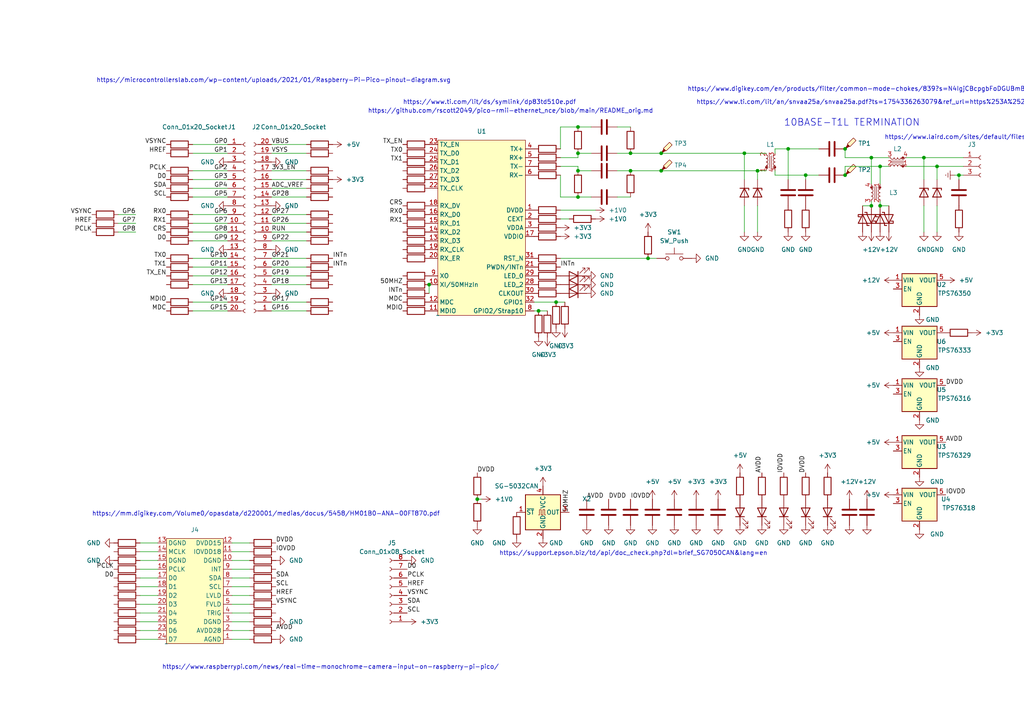
<source format=kicad_sch>
(kicad_sch (version 20230121) (generator eeschema)
  (paper "A4")
  (junction (at 228.6 43.18))
  (junction (at 233.68 50.8))
  (junction (at 191.77 44.45))
  (junction (at 245.11 50.8))
  (junction (at 167.64 57.15))
  (junction (at 187.96 74.93))
  (junction (at 161.29 87.63))
  (junction (at 245.11 43.18))
  (junction (at 167.64 49.53))
  (junction (at 271.78 48.26))
  (junction (at 278.13 50.8))
  (junction (at 138.43 144.78))
  (junction (at 182.88 49.53))
  (junction (at 255.27 59.69))
  (junction (at 219.71 49.53))
  (junction (at 267.97 45.72))
  (junction (at 255.27 48.26))
  (junction (at 124.46 82.55))
  (junction (at 252.73 45.72))
  (junction (at 191.77 49.53))
  (junction (at 167.64 36.83))
  (junction (at 252.73 59.69))
  (junction (at 182.88 44.45))
  (junction (at 167.64 44.45))
  (junction (at 215.9 44.45))
  (junction (at 156.21 90.17))
  (wire (pts (xy 67.31 170.18) (xy 72.39 170.18)))
  (wire (pts (xy 162.56 43.18) (xy 162.56 36.83)))
  (wire (pts (xy 215.9 67.31) (xy 215.9 59.69)))
  (wire (pts (xy 162.56 63.5) (xy 165.1 63.5)))
  (wire (pts (xy 55.88 90.17) (xy 66.04 90.17)))
  (wire (pts (xy 55.88 41.91) (xy 66.04 41.91)))
  (wire (pts (xy 55.88 57.15) (xy 66.04 57.15)))
  (wire (pts (xy 55.88 87.63) (xy 66.04 87.63)))
  (wire (pts (xy 55.88 77.47) (xy 66.04 77.47)))
  (wire (pts (xy 67.31 185.42) (xy 72.39 185.42)))
  (wire (pts (xy 187.96 74.93) (xy 190.5 74.93)))
  (wire (pts (xy 233.68 50.8) (xy 233.68 52.07)))
  (wire (pts (xy 55.88 82.55) (xy 66.04 82.55)))
  (wire (pts (xy 156.21 90.17) (xy 154.94 90.17)))
  (wire (pts (xy 255.27 48.26) (xy 257.81 48.26)))
  (wire (pts (xy 40.64 157.48) (xy 45.72 157.48)))
  (wire (pts (xy 55.88 62.23) (xy 66.04 62.23)))
  (wire (pts (xy 40.64 170.18) (xy 45.72 170.18)))
  (wire (pts (xy 40.64 172.72) (xy 45.72 172.72)))
  (wire (pts (xy 224.79 50.8) (xy 233.68 50.8)))
  (wire (pts (xy 279.4 50.8) (xy 278.13 50.8)))
  (wire (pts (xy 55.88 80.01) (xy 66.04 80.01)))
  (wire (pts (xy 156.21 90.17) (xy 158.75 90.17)))
  (wire (pts (xy 78.74 77.47) (xy 88.9 77.47)))
  (wire (pts (xy 255.27 59.69) (xy 257.81 59.69)))
  (wire (pts (xy 255.27 58.42) (xy 255.27 59.69)))
  (wire (pts (xy 67.31 160.02) (xy 72.39 160.02)))
  (wire (pts (xy 219.71 67.31) (xy 219.71 59.69)))
  (wire (pts (xy 215.9 44.45) (xy 222.25 44.45)))
  (wire (pts (xy 55.88 49.53) (xy 66.04 49.53)))
  (wire (pts (xy 40.64 162.56) (xy 45.72 162.56)))
  (wire (pts (xy 167.64 45.72) (xy 167.64 44.45)))
  (wire (pts (xy 78.74 90.17) (xy 88.9 90.17)))
  (wire (pts (xy 237.49 50.8) (xy 233.68 50.8)))
  (wire (pts (xy 78.74 52.07) (xy 88.9 52.07)))
  (wire (pts (xy 40.64 160.02) (xy 45.72 160.02)))
  (wire (pts (xy 40.64 167.64) (xy 45.72 167.64)))
  (wire (pts (xy 40.64 165.1) (xy 45.72 165.1)))
  (wire (pts (xy 276.86 50.8) (xy 278.13 50.8)))
  (wire (pts (xy 262.89 45.72) (xy 267.97 45.72)))
  (wire (pts (xy 67.31 172.72) (xy 72.39 172.72)))
  (wire (pts (xy 245.11 48.26) (xy 255.27 48.26)))
  (wire (pts (xy 172.72 60.96) (xy 162.56 60.96)))
  (wire (pts (xy 228.6 52.07) (xy 228.6 43.18)))
  (wire (pts (xy 167.64 48.26) (xy 167.64 49.53)))
  (wire (pts (xy 219.71 49.53) (xy 222.25 49.53)))
  (wire (pts (xy 78.74 80.01) (xy 88.9 80.01)))
  (wire (pts (xy 67.31 177.8) (xy 72.39 177.8)))
  (wire (pts (xy 34.29 62.23) (xy 39.37 62.23)))
  (wire (pts (xy 219.71 49.53) (xy 219.71 52.07)))
  (wire (pts (xy 267.97 45.72) (xy 279.4 45.72)))
  (wire (pts (xy 182.88 44.45) (xy 191.77 44.45)))
  (wire (pts (xy 162.56 45.72) (xy 167.64 45.72)))
  (wire (pts (xy 78.74 64.77) (xy 88.9 64.77)))
  (wire (pts (xy 255.27 48.26) (xy 255.27 53.34)))
  (wire (pts (xy 191.77 49.53) (xy 219.71 49.53)))
  (wire (pts (xy 245.11 45.72) (xy 252.73 45.72)))
  (wire (pts (xy 55.88 54.61) (xy 66.04 54.61)))
  (wire (pts (xy 55.88 69.85) (xy 66.04 69.85)))
  (wire (pts (xy 55.88 44.45) (xy 66.04 44.45)))
  (wire (pts (xy 40.64 185.42) (xy 45.72 185.42)))
  (wire (pts (xy 179.07 44.45) (xy 182.88 44.45)))
  (wire (pts (xy 179.07 49.53) (xy 182.88 49.53)))
  (wire (pts (xy 67.31 165.1) (xy 72.39 165.1)))
  (wire (pts (xy 78.74 87.63) (xy 88.9 87.63)))
  (wire (pts (xy 224.79 44.45) (xy 224.79 43.18)))
  (wire (pts (xy 245.11 50.8) (xy 245.11 48.26)))
  (wire (pts (xy 191.77 44.45) (xy 215.9 44.45)))
  (wire (pts (xy 40.64 175.26) (xy 45.72 175.26)))
  (wire (pts (xy 252.73 45.72) (xy 257.81 45.72)))
  (wire (pts (xy 67.31 180.34) (xy 72.39 180.34)))
  (wire (pts (xy 162.56 36.83) (xy 167.64 36.83)))
  (wire (pts (xy 162.56 48.26) (xy 167.64 48.26)))
  (wire (pts (xy 78.74 57.15) (xy 88.9 57.15)))
  (wire (pts (xy 271.78 48.26) (xy 279.4 48.26)))
  (wire (pts (xy 250.19 59.69) (xy 252.73 59.69)))
  (wire (pts (xy 267.97 45.72) (xy 267.97 52.07)))
  (wire (pts (xy 182.88 49.53) (xy 191.77 49.53)))
  (wire (pts (xy 162.56 50.8) (xy 162.56 57.15)))
  (wire (pts (xy 167.64 57.15) (xy 171.45 57.15)))
  (wire (pts (xy 55.88 52.07) (xy 66.04 52.07)))
  (wire (pts (xy 34.29 67.31) (xy 39.37 67.31)))
  (wire (pts (xy 78.74 82.55) (xy 88.9 82.55)))
  (wire (pts (xy 278.13 52.07) (xy 278.13 50.8)))
  (wire (pts (xy 78.74 69.85) (xy 88.9 69.85)))
  (wire (pts (xy 67.31 162.56) (xy 72.39 162.56)))
  (wire (pts (xy 40.64 180.34) (xy 45.72 180.34)))
  (wire (pts (xy 67.31 157.48) (xy 72.39 157.48)))
  (wire (pts (xy 162.56 57.15) (xy 167.64 57.15)))
  (wire (pts (xy 40.64 182.88) (xy 45.72 182.88)))
  (wire (pts (xy 67.31 167.64) (xy 72.39 167.64)))
  (wire (pts (xy 245.11 43.18) (xy 245.11 45.72)))
  (wire (pts (xy 40.64 177.8) (xy 45.72 177.8)))
  (wire (pts (xy 252.73 58.42) (xy 252.73 59.69)))
  (wire (pts (xy 78.74 62.23) (xy 88.9 62.23)))
  (wire (pts (xy 78.74 54.61) (xy 88.9 54.61)))
  (wire (pts (xy 162.56 74.93) (xy 187.96 74.93)))
  (wire (pts (xy 55.88 74.93) (xy 66.04 74.93)))
  (wire (pts (xy 154.94 87.63) (xy 161.29 87.63)))
  (wire (pts (xy 179.07 57.15) (xy 182.88 57.15)))
  (wire (pts (xy 179.07 36.83) (xy 182.88 36.83)))
  (wire (pts (xy 252.73 45.72) (xy 252.73 53.34)))
  (wire (pts (xy 55.88 67.31) (xy 66.04 67.31)))
  (wire (pts (xy 228.6 43.18) (xy 237.49 43.18)))
  (wire (pts (xy 271.78 48.26) (xy 271.78 52.07)))
  (wire (pts (xy 124.46 82.55) (xy 124.46 85.09)))
  (wire (pts (xy 271.78 59.69) (xy 271.78 67.31)))
  (wire (pts (xy 78.74 44.45) (xy 88.9 44.45)))
  (wire (pts (xy 55.88 64.77) (xy 66.04 64.77)))
  (wire (pts (xy 78.74 67.31) (xy 88.9 67.31)))
  (wire (pts (xy 224.79 49.53) (xy 224.79 50.8)))
  (wire (pts (xy 78.74 74.93) (xy 88.9 74.93)))
  (wire (pts (xy 262.89 48.26) (xy 271.78 48.26)))
  (wire (pts (xy 67.31 182.88) (xy 72.39 182.88)))
  (wire (pts (xy 167.64 44.45) (xy 171.45 44.45)))
  (wire (pts (xy 78.74 41.91) (xy 88.9 41.91)))
  (wire (pts (xy 224.79 43.18) (xy 228.6 43.18)))
  (wire (pts (xy 139.7 144.78) (xy 138.43 144.78)))
  (wire (pts (xy 167.64 36.83) (xy 171.45 36.83)))
  (wire (pts (xy 78.74 49.53) (xy 88.9 49.53)))
  (wire (pts (xy 34.29 64.77) (xy 39.37 64.77)))
  (wire (pts (xy 161.29 87.63) (xy 163.83 87.63)))
  (wire (pts (xy 167.64 49.53) (xy 171.45 49.53)))
  (wire (pts (xy 215.9 52.07) (xy 215.9 44.45)))
  (wire (pts (xy 67.31 175.26) (xy 72.39 175.26)))
  (wire (pts (xy 267.97 59.69) (xy 267.97 67.31)))
  (text "https://www.raspberrypi.com/news/real-time-monochrome-camera-input-on-raspberry-pi-pico/" (at 46.99 194.31 0) (effects (font (size 1.27 1.27)) (justify left bottom)))
  (text "https://www.laird.com/sites/default/files/cm3421y600r-10-datasheet.pdf" (at 256.54 40.64 0) (effects (font (size 1.27 1.27)) (justify left bottom)))
  (text "https://microcontrollerslab.com/wp-content/uploads/2021/01/Raspberry-Pi-Pico-pinout-diagram.svg" (at 27.94 24.13 0) (effects (font (size 1.27 1.27)) (justify left bottom)))
  (text "https://github.com/rscott2049/pico-rmii-ethernet_nce/blob/main/README_orig.md" (at 106.68 33.02 0) (effects (font (size 1.27 1.27)) (justify left bottom)))
  (text "https://support.epson.biz/td/api/doc_check.php?dl=brief_SG7050CAN&lang=en" (at 144.78 161.29 0) (effects (font (size 1.27 1.27)) (justify left bottom)))
  (text "https://www.digikey.com/en/products/filter/common-mode-chokes/839?s=N4IgjCBcpgbFoDGUBmBDANgZwKYBoQB7KAbRAA4BmAdjABYQDy67YAmR8e688zsbuQCc-AKwAGYSIJghQ0dVGdYzRZ3JgFGzpSGVKDArv2UdQtjTNtZVsHwC6BAA4AXKCADKLgE4BLAHYA5iAAviEEHJBkiAAWhADWOCCOIPDQIL4AJu6snK7uXn5BnC4Ank5JkCCZWMhhQA" (at 199.39 26.67 0) (effects (font (size 1.27 1.27)) (justify left bottom)))
  (text "10BASE-T1L TERMINATION" (at 227.33 36.83 0) (effects (font (size 2 2)) (justify left bottom)))
  (text "https://www.ti.com/lit/an/snvaa25a/snvaa25a.pdf?ts=1754336263079&ref_url=https%253A%252F%252Fwww.google.com%252F" (at 201.93 30.48 0) (effects (font (size 1.27 1.27)) (justify left bottom)))
  (text "https://www.ti.com/lit/ds/symlink/dp83td510e.pdf" (at 116.84 30.48 0) (effects (font (size 1.27 1.27)) (justify left bottom)))
  (text "https://mm.digikey.com/Volume0/opasdata/d220001/medias/docus/5458/HM01B0-ANA-00FT870.pdf" (at 26.67 149.86 0) (effects (font (size 1.27 1.27)) (justify left bottom)))
  (label "GP15" (at 66.04 90.17 180))
  (label "RX1" (at 116.84 64.77 180))
  (label "TX1" (at 116.84 46.99 180))
  (label "GP8" (at 66.04 67.31 180))
  (label "HREF" (at 26.67 64.77 180))
  (label "GP2" (at 66.04 49.53 180))
  (label "INTn" (at 116.84 85.09 180))
  (label "TX0" (at 116.84 44.45 180))
  (label "GP6" (at 66.04 62.23 180))
  (label "GP13" (at 66.04 82.55 180))
  (label "GP10" (at 66.04 74.93 180))
  (label "GP27" (at 78.74 62.23 0))
  (label "50MHZ" (at 116.84 82.55 180))
  (label "SCL" (at 118.11 177.8 0))
  (label "GP17" (at 78.74 87.63 0))
  (label "GP18" (at 78.74 82.55 0))
  (label "TX0" (at 48.26 74.93 180))
  (label "GP1" (at 66.04 44.45 180))
  (label "SCL" (at 80.01 170.18 0))
  (label "IOVDD" (at 80.01 160.02 0))
  (label "MDIO" (at 116.84 90.17 180))
  (label "IOVDD" (at 182.88 144.78 0))
  (label "SDA" (at 118.11 175.26 0))
  (label "AVDD" (at 170.18 144.78 0))
  (label "PCLK" (at 48.26 49.53 180))
  (label "HREF" (at 80.01 172.72 0))
  (label "GP26" (at 78.74 64.77 0))
  (label "D0" (at 48.26 52.07 180))
  (label "IOVDD" (at 274.32 143.51 0))
  (label "MDC" (at 48.26 90.17 180))
  (label "VSYS" (at 78.74 44.45 0))
  (label "GP3" (at 66.04 52.07 180))
  (label "GP11" (at 66.04 77.47 180))
  (label "VSYNC" (at 118.11 172.72 0))
  (label "MDC" (at 116.84 87.63 180))
  (label "VSYNC" (at 80.01 175.26 0))
  (label "RX0" (at 48.26 62.23 180))
  (label "TX1" (at 48.26 77.47 180))
  (label "GP9" (at 66.04 69.85 180))
  (label "DVDD" (at 138.43 137.16 0))
  (label "AVDD" (at 220.98 137.16 90))
  (label "GP12" (at 66.04 80.01 180))
  (label "AVDD" (at 80.01 182.88 0))
  (label "VSYNC" (at 26.67 62.23 180))
  (label "GP22" (at 78.74 69.85 0))
  (label "D0" (at 48.26 69.85 180))
  (label "GP4" (at 66.04 54.61 180))
  (label "GP7" (at 39.37 64.77 180))
  (label "AVDD" (at 274.32 128.27 0))
  (label "3v3_EN" (at 78.74 49.53 0))
  (label "RX0" (at 116.84 62.23 180))
  (label "VBUS" (at 78.74 41.91 0))
  (label "GP16" (at 78.74 90.17 0))
  (label "RX1" (at 48.26 64.77 180))
  (label "INTn" (at 162.56 77.47 0))
  (label "HREF" (at 48.26 44.45 180))
  (label "INTn" (at 96.52 77.47 0))
  (label "GP14" (at 66.04 87.63 180))
  (label "50MHZ" (at 165.1 148.59 90))
  (label "HREF" (at 118.11 170.18 0))
  (label "TX_EN" (at 116.84 41.91 180))
  (label "GP8" (at 39.37 67.31 180))
  (label "GP28" (at 78.74 57.15 0))
  (label "CRS" (at 116.84 59.69 180))
  (label "TX_EN" (at 48.26 80.01 180))
  (label "SDA" (at 80.01 167.64 0))
  (label "INTn" (at 96.52 74.93 0))
  (label "SCL" (at 48.26 57.15 180))
  (label "GP20" (at 78.74 77.47 0))
  (label "PCLK" (at 118.11 167.64 0))
  (label "PCLK" (at 26.67 67.31 180))
  (label "GP19" (at 78.74 80.01 0))
  (label "D0" (at 118.11 165.1 0))
  (label "DVDD" (at 233.68 137.16 90))
  (label "MDIO" (at 48.26 87.63 180))
  (label "GP0" (at 66.04 41.91 180))
  (label "GP21" (at 78.74 74.93 0))
  (label "RUN" (at 78.74 67.31 0))
  (label "DVDD" (at 176.53 144.78 0))
  (label "D0" (at 33.02 167.64 180))
  (label "SDA" (at 48.26 54.61 180))
  (label "GP5" (at 66.04 57.15 180))
  (label "GP6" (at 39.37 62.23 180))
  (label "PCLK" (at 33.02 165.1 180))
  (label "DVDD" (at 80.01 157.48 0))
  (label "DVDD" (at 274.32 111.76 0))
  (label "IOVDD" (at 227.33 137.16 90))
  (label "ADC_VREF" (at 78.74 54.61 0))
  (label "VSYNC" (at 48.26 41.91 180))
  (label "GP7" (at 66.04 64.77 180))
  (label "CRS" (at 48.26 67.31 180))
  (symbol (lib_id "Device:R") (at 156.21 93.98 0) (unit 1)
    (property "Reference" "R64" (effects hide))
    (property "Value" "0" (effects hide))
    (property "Footprint" "Resistor_SMD:R_0603_1608Metric_Pad0.98x0.95mm_HandSolder" (effects hide))
  )
  (symbol (lib_id "Device:R") (at 76.2 157.48 90) (unit 1)
    (property "Reference" "R76" (effects hide))
    (property "Value" "0" (effects hide))
    (property "Footprint" "Resistor_SMD:R_0603_1608Metric_Pad0.98x0.95mm_HandSolder" (effects hide))
  )
  (symbol (lib_id "Device:R") (at 182.88 40.64 180) (unit 1)
    (property "Reference" "R71" (effects hide))
    (property "Value" "0" (effects hide))
    (property "Footprint" "Resistor_SMD:R_0603_1608Metric_Pad0.98x0.95mm_HandSolder" (effects hide))
  )
  (symbol (lib_id "Device:R") (at 30.48 67.31 90) (unit 1)
    (property "Reference" "R102" (effects hide))
    (property "Value" "0" (effects hide))
    (property "Footprint" "Resistor_SMD:R_0603_1608Metric_Pad0.98x0.95mm_HandSolder" (effects hide))
  )
  (symbol (lib_id "power:GND") (at 240.03 152.4 0) (unit 1)
    (property "Reference" "#PWR063" (effects hide))
    (property "Value" "GND" (at 240.03 157.48 0))
  )
  (symbol (lib_id "Device:R") (at 52.07 87.63 90) (unit 1)
    (property "Reference" "R15" (effects hide))
    (property "Value" "0" (effects hide))
    (property "Footprint" "Resistor_SMD:R_0603_1608Metric_Pad0.98x0.95mm_HandSolder" (effects hide))
  )
  (symbol (lib_id "power:+3V3") (at 157.48 140.97 0) (unit 1)
    (property "Reference" "#PWR073" (effects hide))
    (property "Value" "+3V3" (at 157.48 135.89 0))
  )
  (symbol (lib_id "power:GND") (at 227.33 152.4 0) (unit 1)
    (property "Reference" "#PWR057" (effects hide))
    (property "Value" "GND" (at 227.33 157.48 0))
  )
  (symbol (lib_id "Device:R") (at 120.65 67.31 90) (unit 1)
    (property "Reference" "R42" (effects hide))
    (property "Value" "0" (effects hide))
    (property "Footprint" "Resistor_SMD:R_0603_1608Metric_Pad0.98x0.95mm_HandSolder" (effects hide))
  )
  (symbol (lib_id "power:+3V3") (at 158.75 97.79 180) (unit 1)
    (property "Reference" "#PWR021" (effects hide))
    (property "Value" "+3V3" (at 158.75 102.87 0))
  )
  (symbol (lib_id "Device:R") (at 138.43 148.59 180) (unit 1)
    (property "Reference" "R112" (effects hide))
    (property "Value" "0" (effects hide))
    (property "Footprint" "Resistor_SMD:R_1206_3216Metric_Pad1.30x1.75mm_HandSolder" (effects hide))
  )
  (symbol (lib_id "Device:R") (at 167.64 40.64 180) (unit 1)
    (property "Reference" "R67" (effects hide))
    (property "Value" "0" (effects hide))
    (property "Footprint" "Resistor_SMD:R_0603_1608Metric_Pad0.98x0.95mm_HandSolder" (effects hide))
  )
  (symbol (lib_id "power:+3V3") (at 187.96 67.31 0) (unit 1)
    (property "Reference" "#PWR015" (effects hide))
    (property "Value" "+3V3" (at 187.96 62.23 0))
  )
  (symbol (lib_id "Device:LED") (at 220.98 148.59 90) (unit 1)
    (property "Reference" "D13" (effects hide))
    (property "Value" "LED" (effects hide))
    (property "Footprint" "LED_SMD:LED_0603_1608Metric_Pad1.05x0.95mm_HandSolder" (effects hide))
  )
  (symbol (lib_id "Device:R") (at 76.2 165.1 90) (unit 1)
    (property "Reference" "R79" (effects hide))
    (property "Value" "0" (effects hide))
    (property "Footprint" "Resistor_SMD:R_0603_1608Metric_Pad0.98x0.95mm_HandSolder" (effects hide))
  )
  (symbol (lib_id "Device:R") (at 30.48 64.77 90) (unit 1)
    (property "Reference" "R101" (effects hide))
    (property "Value" "0" (effects hide))
    (property "Footprint" "Resistor_SMD:R_0603_1608Metric_Pad0.98x0.95mm_HandSolder" (effects hide))
  )
  (symbol (lib_id "power:GND") (at 200.66 74.93 90) (unit 1)
    (property "Reference" "#PWR014" (effects hide))
    (property "Value" "GND" (at 204.47 74.93 90) (effects (justify right)))
  )
  (symbol (lib_id "Device:R") (at 278.13 96.52 90) (unit 1)
    (property "Reference" "R107" (effects hide))
    (property "Value" "0" (effects hide))
    (property "Footprint" "Resistor_SMD:R_0603_1608Metric_Pad0.98x0.95mm_HandSolder" (effects hide))
  )
  (symbol (lib_id "Device:R") (at 36.83 162.56 90) (unit 1)
    (property "Reference" "R97" (effects hide))
    (property "Value" "0" (effects hide))
    (property "Footprint" "Resistor_SMD:R_0603_1608Metric_Pad0.98x0.95mm_HandSolder" (effects hide))
  )
  (symbol (lib_id "Device:R") (at 36.83 177.8 90) (unit 1)
    (property "Reference" "R91" (effects hide))
    (property "Value" "0" (effects hide))
    (property "Footprint" "Resistor_SMD:R_0603_1608Metric_Pad0.98x0.95mm_HandSolder" (effects hide))
  )
  (symbol (lib_id "power:GND") (at 266.7 153.67 0) (unit 1)
    (property "Reference" "#PWR051" (effects hide))
    (property "Value" "GND" (at 271.78 154.94 0))
  )
  (symbol (lib_id "Device:R") (at 92.71 49.53 90) (unit 1)
    (property "Reference" "R30" (effects hide))
    (property "Value" "0" (effects hide))
    (property "Footprint" "Resistor_SMD:R_0603_1608Metric_Pad0.98x0.95mm_HandSolder" (effects hide))
  )
  (symbol (lib_id "Device:R") (at 36.83 185.42 90) (unit 1)
    (property "Reference" "R88" (effects hide))
    (property "Value" "0" (effects hide))
    (property "Footprint" "Resistor_SMD:R_0603_1608Metric_Pad0.98x0.95mm_HandSolder" (effects hide))
  )
  (symbol (lib_id "power:GND") (at 78.74 72.39 90) (unit 1)
    (property "Reference" "#PWR06" (effects hide))
    (property "Value" "GND" (at 82.55 72.39 90) (effects (justify right)))
  )
  (symbol (lib_id "power:GND") (at 214.63 152.4 0) (unit 1)
    (property "Reference" "#PWR055" (effects hide))
    (property "Value" "GND" (at 214.63 157.48 0))
  )
  (symbol (lib_id "power:+5V") (at 195.58 144.78 0) (unit 1)
    (property "Reference" "#PWR067" (effects hide))
    (property "Value" "+5V" (at 195.58 139.7 0))
  )
  (symbol (lib_id "Device:R") (at 120.65 74.93 90) (unit 1)
    (property "Reference" "R45" (effects hide))
    (property "Value" "0" (effects hide))
    (property "Footprint" "Resistor_SMD:R_0603_1608Metric_Pad0.98x0.95mm_HandSolder" (effects hide))
  )
  (symbol (lib_id "power:GND") (at 170.18 152.4 0) (unit 1)
    (property "Reference" "#PWR043" (effects hide))
    (property "Value" "GND" (at 170.18 157.48 0))
  )
  (symbol (lib_id "Device:R") (at 92.71 64.77 90) (unit 1)
    (property "Reference" "R25" (effects hide))
    (property "Value" "0" (effects hide))
    (property "Footprint" "Resistor_SMD:R_0603_1608Metric_Pad0.98x0.95mm_HandSolder" (effects hide))
  )
  (symbol (lib_id "Device:R") (at 76.2 172.72 90) (unit 1)
    (property "Reference" "R82" (effects hide))
    (property "Value" "0" (effects hide))
    (property "Footprint" "Resistor_SMD:R_0603_1608Metric_Pad0.98x0.95mm_HandSolder" (effects hide))
  )
  (symbol (lib_id "Device:R") (at 120.65 52.07 90) (unit 1)
    (property "Reference" "R37" (effects hide))
    (property "Value" "0" (effects hide))
    (property "Footprint" "Resistor_SMD:R_0603_1608Metric_Pad0.98x0.95mm_HandSolder" (effects hide))
  )
  (symbol (lib_id "power:+5V") (at 259.08 96.52 90) (unit 1)
    (property "Reference" "#PWR060" (effects hide))
    (property "Value" "+5V" (at 255.27 96.52 90) (effects (justify left)))
  )
  (symbol (lib_id "Connector:TestPoint_Probe") (at 245.11 50.8 0) (unit 1)
    (property "Reference" "TP2" (at 248.92 49.2125 0) (effects (justify left)))
    (property "Value" "TestPoint_Probe" (effects hide))
    (property "Footprint" "TestPoint:TestPoint_Pad_D1.0mm" (effects hide))
  )
  (symbol (lib_id "Device:LED") (at 227.33 148.59 90) (unit 1)
    (property "Reference" "D14" (effects hide))
    (property "Value" "LED" (effects hide))
    (property "Footprint" "LED_SMD:LED_0603_1608Metric_Pad1.05x0.95mm_HandSolder" (effects hide))
  )
  (symbol (lib_id "power:+3V3") (at 201.93 144.78 0) (unit 1)
    (property "Reference" "#PWR069" (effects hide))
    (property "Value" "+3V3" (at 201.93 139.7 0))
  )
  (symbol (lib_id "Device:R") (at 92.71 67.31 90) (unit 1)
    (property "Reference" "R24" (effects hide))
    (property "Value" "0" (effects hide))
    (property "Footprint" "Resistor_SMD:R_0603_1608Metric_Pad0.98x0.95mm_HandSolder" (effects hide))
  )
  (symbol (lib_id "Regulator_Linear:TPS76350") (at 266.7 83.82 0) (unit 1)
    (property "Reference" "U2" (at 273.05 82.55 0))
    (property "Value" "TPS76350" (at 276.86 85.09 0))
    (property "Footprint" "Package_TO_SOT_SMD:SOT-23-5" (effects hide))
    (property "Datasheet" "http://www.ti.com/lit/ds/symlink/tps763.pdf" (effects hide))
  )
  (symbol (lib_id "Device:D_Zener") (at 267.97 55.88 270) (unit 1)
    (property "Reference" "D10" (effects hide))
    (property "Value" "D_Zener" (effects hide))
    (property "Footprint" "Diode_SMD:D_0603_1608Metric_Pad1.05x0.95mm_HandSolder" (effects hide))
  )
  (symbol (lib_id "Device:R") (at 120.65 44.45 90) (unit 1)
    (property "Reference" "R34" (effects hide))
    (property "Value" "0" (effects hide))
    (property "Footprint" "Resistor_SMD:R_0603_1608Metric_Pad0.98x0.95mm_HandSolder" (effects hide))
  )
  (symbol (lib_id "Device:R") (at 92.71 80.01 90) (unit 1)
    (property "Reference" "R20" (effects hide))
    (property "Value" "0" (effects hide))
    (property "Footprint" "Resistor_SMD:R_0603_1608Metric_Pad0.98x0.95mm_HandSolder" (effects hide))
  )
  (symbol (lib_id "power:+5V") (at 259.08 111.76 90) (unit 1)
    (property "Reference" "#PWR052" (effects hide))
    (property "Value" "+5V" (at 255.27 111.76 90) (effects (justify left)))
  )
  (symbol (lib_id "Device:R") (at 52.07 64.77 90) (unit 1)
    (property "Reference" "R8" (effects hide))
    (property "Value" "0" (effects hide))
    (property "Footprint" "Resistor_SMD:R_0603_1608Metric_Pad0.98x0.95mm_HandSolder" (effects hide))
  )
  (symbol (lib_id "Device:R") (at 52.07 49.53 90) (unit 1)
    (property "Reference" "R3" (effects hide))
    (property "Value" "0" (effects hide))
    (property "Footprint" "Resistor_SMD:R_0603_1608Metric_Pad0.98x0.95mm_HandSolder" (effects hide))
  )
  (symbol (lib_id "power:+12V") (at 251.46 144.78 0) (unit 1)
    (property "Reference" "#PWR080" (effects hide))
    (property "Value" "+12V" (at 251.46 139.7 0))
  )
  (symbol (lib_id "Device:R") (at 120.65 85.09 90) (unit 1)
    (property "Reference" "R110" (effects hide))
    (property "Value" "0" (effects hide))
    (property "Footprint" "Resistor_SMD:R_0603_1608Metric_Pad0.98x0.95mm_HandSolder" (effects hide))
  )
  (symbol (lib_id "Device:R") (at 92.71 57.15 90) (unit 1)
    (property "Reference" "R27" (effects hide))
    (property "Value" "0" (effects hide))
    (property "Footprint" "Resistor_SMD:R_0603_1608Metric_Pad0.98x0.95mm_HandSolder" (effects hide))
  )
  (symbol (lib_id "Regulator_Linear:TPS76318") (at 266.7 146.05 0) (unit 1)
    (property "Reference" "U4" (at 274.32 144.78 0))
    (property "Value" "TPS76318" (at 278.13 147.32 0))
    (property "Footprint" "Package_TO_SOT_SMD:SOT-23-5" (effects hide))
    (property "Datasheet" "http://www.ti.com/lit/ds/symlink/tps763.pdf" (effects hide))
  )
  (symbol (lib_id "power:GND") (at 228.6 67.31 0) (unit 1)
    (property "Reference" "#PWR023" (effects hide))
    (property "Value" "GND" (at 228.6 72.39 0))
  )
  (symbol (lib_id "power:+12V") (at 259.08 81.28 90) (unit 1)
    (property "Reference" "#PWR035" (effects hide))
    (property "Value" "+12V" (at 255.27 81.28 90) (effects (justify left)))
  )
  (symbol (lib_id "power:GND") (at 233.68 67.31 0) (unit 1)
    (property "Reference" "#PWR024" (effects hide))
    (property "Value" "GND" (at 233.68 72.39 0))
  )
  (symbol (lib_id "Device:R") (at 220.98 140.97 0) (unit 1)
    (property "Reference" "R104" (effects hide))
    (property "Value" "0" (effects hide))
    (property "Footprint" "Resistor_SMD:R_0603_1608Metric_Pad0.98x0.95mm_HandSolder" (effects hide))
  )
  (symbol (lib_id "Device:R") (at 76.2 180.34 90) (unit 1)
    (property "Reference" "R85" (effects hide))
    (property "Value" "0" (effects hide))
    (property "Footprint" "Resistor_SMD:R_0603_1608Metric_Pad0.98x0.95mm_HandSolder" (effects hide))
  )
  (symbol (lib_id "Device:D_Zener") (at 219.71 55.88 270) (unit 1)
    (property "Reference" "D9" (effects hide))
    (property "Value" "D_Zener" (effects hide))
    (property "Footprint" "Diode_SMD:D_0603_1608Metric_Pad1.05x0.95mm_HandSolder" (effects hide))
  )
  (symbol (lib_id "Device:R") (at 76.2 170.18 90) (unit 1)
    (property "Reference" "R81" (effects hide))
    (property "Value" "0" (effects hide))
    (property "Footprint" "Resistor_SMD:R_0603_1608Metric_Pad0.98x0.95mm_HandSolder" (effects hide))
  )
  (symbol (lib_id "power:GND") (at 33.02 162.56 270) (unit 1)
    (property "Reference" "#PWR038" (effects hide))
    (property "Value" "GND" (at 29.21 162.56 90) (effects (justify right)))
  )
  (symbol (lib_id "Device:C") (at 246.38 148.59 180) (unit 1)
    (property "Reference" "C17" (effects hide))
    (property "Value" "C" (effects hide))
    (property "Footprint" "Capacitor_SMD:C_1206_3216Metric_Pad1.33x1.80mm_HandSolder" (effects hide))
  )
  (symbol (lib_id "Device:R") (at 76.2 177.8 90) (unit 1)
    (property "Reference" "R84" (effects hide))
    (property "Value" "0" (effects hide))
    (property "Footprint" "Resistor_SMD:R_0603_1608Metric_Pad0.98x0.95mm_HandSolder" (effects hide))
  )
  (symbol (lib_id "Device:R") (at 158.75 66.04 90) (unit 1)
    (property "Reference" "R56" (effects hide))
    (property "Value" "0" (effects hide))
    (property "Footprint" "Resistor_SMD:R_0603_1608Metric_Pad0.98x0.95mm_HandSolder" (effects hide))
  )
  (symbol (lib_id "Device:R") (at 92.71 77.47 90) (unit 1)
    (property "Reference" "R21" (effects hide))
    (property "Value" "0" (effects hide))
    (property "Footprint" "Resistor_SMD:R_0603_1608Metric_Pad0.98x0.95mm_HandSolder" (effects hide))
  )
  (symbol (lib_id "Device:R") (at 158.75 80.01 90) (unit 1)
    (property "Reference" "R60" (effects hide))
    (property "Value" "0" (effects hide))
    (property "Footprint" "Resistor_SMD:R_0603_1608Metric_Pad0.98x0.95mm_HandSolder" (effects hide))
  )
  (symbol (lib_id "power:+3V3") (at 162.56 66.04 270) (unit 1)
    (property "Reference" "#PWR012" (effects hide))
    (property "Value" "+3V3" (at 166.37 66.04 90) (effects (justify left)))
  )
  (symbol (lib_id "power:GND") (at 266.7 106.68 0) (unit 1)
    (property "Reference" "#PWR054" (effects hide))
    (property "Value" "GND" (at 270.51 106.68 0))
  )
  (symbol (lib_id "Device:C") (at 228.6 55.88 180) (unit 1)
    (property "Reference" "C7" (effects hide))
    (property "Value" "C" (effects hide))
    (property "Footprint" "Capacitor_SMD:C_0603_1608Metric_Pad1.08x0.95mm_HandSolder" (effects hide))
  )
  (symbol (lib_id "Device:R") (at 158.75 50.8 90) (unit 1)
    (property "Reference" "R53" (effects hide))
    (property "Value" "0" (effects hide))
    (property "Footprint" "Resistor_SMD:R_0603_1608Metric_Pad0.98x0.95mm_HandSolder" (effects hide))
  )
  (symbol (lib_id "Device:R") (at 92.71 44.45 90) (unit 1)
    (property "Reference" "R31" (effects hide))
    (property "Value" "0" (effects hide))
    (property "Footprint" "Resistor_SMD:R_0603_1608Metric_Pad0.98x0.95mm_HandSolder" (effects hide))
  )
  (symbol (lib_id "Device:R") (at 92.71 74.93 90) (unit 1)
    (property "Reference" "R22" (effects hide))
    (property "Value" "0" (effects hide))
    (property "Footprint" "Resistor_SMD:R_0603_1608Metric_Pad0.98x0.95mm_HandSolder" (effects hide))
  )
  (symbol (lib_id "power:GND") (at 255.27 67.31 0) (unit 1)
    (property "Reference" "#PWR028" (effects hide))
    (property "Value" "GND" (effects hide))
  )
  (symbol (lib_id "power:GND") (at 66.04 72.39 270) (unit 1)
    (property "Reference" "#PWR03" (effects hide))
    (property "Value" "GND" (at 62.23 72.39 90) (effects (justify right)))
  )
  (symbol (lib_id "Device:R") (at 76.2 175.26 90) (unit 1)
    (property "Reference" "R83" (effects hide))
    (property "Value" "0" (effects hide))
    (property "Footprint" "Resistor_SMD:R_0603_1608Metric_Pad0.98x0.95mm_HandSolder" (effects hide))
  )
  (symbol (lib_id "Device:R") (at 120.65 87.63 90) (unit 1)
    (property "Reference" "R48" (effects hide))
    (property "Value" "0" (effects hide))
    (property "Footprint" "Resistor_SMD:R_0603_1608Metric_Pad0.98x0.95mm_HandSolder" (effects hide))
  )
  (symbol (lib_id "Device:R") (at 36.83 157.48 90) (unit 1)
    (property "Reference" "R99" (effects hide))
    (property "Value" "0" (effects hide))
    (property "Footprint" "Resistor_SMD:R_0603_1608Metric_Pad0.98x0.95mm_HandSolder" (effects hide))
  )
  (symbol (lib_id "Device:R") (at 76.2 185.42 90) (unit 1)
    (property "Reference" "R87" (effects hide))
    (property "Value" "0" (effects hide))
    (property "Footprint" "Resistor_SMD:R_0603_1608Metric_Pad0.98x0.95mm_HandSolder" (effects hide))
  )
  (symbol (lib_id "Device:R") (at 168.91 63.5 90) (unit 1)
    (property "Reference" "R68" (effects hide))
    (property "Value" "0" (effects hide))
    (property "Footprint" "Resistor_SMD:R_0603_1608Metric_Pad0.98x0.95mm_HandSolder" (effects hide))
  )
  (symbol (lib_id "power:GND") (at 176.53 152.4 0) (unit 1)
    (property "Reference" "#PWR044" (effects hide))
    (property "Value" "GND" (at 176.53 157.48 0))
  )
  (symbol (lib_id "power:GND") (at 250.19 67.31 0) (unit 1)
    (property "Reference" "#PWR025" (effects hide))
    (property "Value" "GND" (effects hide))
  )
  (symbol (lib_id "Device:R") (at 92.71 82.55 90) (unit 1)
    (property "Reference" "R19" (effects hide))
    (property "Value" "0" (effects hide))
    (property "Footprint" "Resistor_SMD:R_0603_1608Metric_Pad0.98x0.95mm_HandSolder" (effects hide))
  )
  (symbol (lib_id "Connector:TestPoint_Probe") (at 191.77 49.53 0) (unit 1)
    (property "Reference" "TP4" (at 195.58 47.9425 0) (effects (justify left)))
    (property "Value" "TestPoint_Probe" (effects hide))
    (property "Footprint" "TestPoint:TestPoint_Pad_D1.0mm" (effects hide))
  )
  (symbol (lib_id "power:GND") (at 220.98 152.4 0) (unit 1)
    (property "Reference" "#PWR056" (effects hide))
    (property "Value" "GND" (at 220.98 157.48 0))
  )
  (symbol (lib_id "Device:R") (at 30.48 62.23 90) (unit 1)
    (property "Reference" "R100" (effects hide))
    (property "Value" "0" (effects hide))
    (property "Footprint" "Resistor_SMD:R_0603_1608Metric_Pad0.98x0.95mm_HandSolder" (effects hide))
  )
  (symbol (lib_id "Device:LED") (at 214.63 148.59 90) (unit 1)
    (property "Reference" "D12" (effects hide))
    (property "Value" "LED" (effects hide))
    (property "Footprint" "LED_SMD:LED_0603_1608Metric_Pad1.05x0.95mm_HandSolder" (effects hide))
  )
  (symbol (lib_id "Device:R") (at 36.83 165.1 90) (unit 1)
    (property "Reference" "R96" (effects hide))
    (property "Value" "0" (effects hide))
    (property "Footprint" "Resistor_SMD:R_0603_1608Metric_Pad0.98x0.95mm_HandSolder" (effects hide))
  )
  (symbol (lib_id "power:GND") (at 157.48 156.21 0) (unit 1)
    (property "Reference" "#PWR074" (effects hide))
    (property "Value" "GND" (at 161.29 157.48 0))
  )
  (symbol (lib_id "Device:R") (at 158.75 45.72 90) (unit 1)
    (property "Reference" "R51" (effects hide))
    (property "Value" "0" (effects hide))
    (property "Footprint" "Resistor_SMD:R_0603_1608Metric_Pad0.98x0.95mm_HandSolder" (effects hide))
  )
  (symbol (lib_id "power:GND") (at 266.7 138.43 0) (unit 1)
    (property "Reference" "#PWR049" (effects hide))
    (property "Value" "GND" (at 271.78 139.7 0))
  )
  (symbol (lib_id "Device:R") (at 92.71 54.61 90) (unit 1)
    (property "Reference" "R28" (effects hide))
    (property "Value" "0" (effects hide))
    (property "Footprint" "Resistor_SMD:R_0603_1608Metric_Pad0.98x0.95mm_HandSolder" (effects hide))
  )
  (symbol (lib_id "Connector:Conn_01x20_Socket") (at 73.66 67.31 180) (unit 1)
    (property "Reference" "J2" (at 74.295 36.83 0))
    (property "Value" "Conn_01x20_Socket" (at 85.09 36.83 0))
    (property "Footprint" "Connector_PinHeader_2.54mm:PinHeader_1x20_P2.54mm_Vertical" (effects hide))
  )
  (symbol (lib_id "Device:R") (at 120.65 82.55 90) (unit 1)
    (property "Reference" "R47" (effects hide))
    (property "Value" "0" (effects hide))
    (property "Footprint" "Resistor_SMD:R_0603_1608Metric_Pad0.98x0.95mm_HandSolder" (effects hide))
  )
  (symbol (lib_id "power:GND") (at 66.04 85.09 270) (unit 1)
    (property "Reference" "#PWR04" (effects hide))
    (property "Value" "GND" (at 62.23 85.09 90) (effects (justify right)))
  )
  (symbol (lib_id "Device:R") (at 240.03 140.97 0) (unit 1)
    (property "Reference" "R108" (effects hide))
    (property "Value" "0" (effects hide))
    (property "Footprint" "Resistor_SMD:R_0603_1608Metric_Pad0.98x0.95mm_HandSolder" (effects hide))
  )
  (symbol (lib_id "power:GND") (at 149.86 156.21 0) (unit 1)
    (property "Reference" "#PWR075" (effects hide))
    (property "Value" "GND" (at 144.78 157.48 0))
  )
  (symbol (lib_id "Connector:Conn_01x03_Socket") (at 284.48 48.26 0) (unit 1)
    (property "Reference" "J3" (at 280.67 41.91 0) (effects (justify left)))
    (property "Value" "Conn_01x03_Socket" (effects hide))
    (property "Footprint" "Connector_PinHeader_2.54mm:PinHeader_1x03_P2.54mm_Vertical" (effects hide))
  )
  (symbol (lib_id "Regulator_Linear:TPS76316") (at 266.7 114.3 0) (unit 1)
    (property "Reference" "U5" (at 273.05 113.03 0))
    (property "Value" "TPS76316" (at 276.86 115.57 0))
    (property "Footprint" "Package_TO_SOT_SMD:SOT-23-5" (effects hide))
    (property "Datasheet" "http://www.ti.com/lit/ds/symlink/tps763.pdf" (effects hide))
  )
  (symbol (lib_id "Device:L_Iron_Coupled_Small_1243") (at 223.52 46.99 90) (unit 1)
    (property "Reference" "L1" (at 222.25 41.91 90) (effects (justify right)))
    (property "Value" "L_Iron_Coupled_Small_1243" (effects hide))
    (property "Footprint" "Transformer_SMD:Pulse_PA2001NL" (effects hide))
  )
  (symbol (lib_id "Device:R") (at 120.65 64.77 90) (unit 1)
    (property "Reference" "R41" (effects hide))
    (property "Value" "0" (effects hide))
    (property "Footprint" "Resistor_SMD:R_0603_1608Metric_Pad0.98x0.95mm_HandSolder" (effects hide))
  )
  (symbol (lib_id "Connector:Conn_01x20_Socket") (at 71.12 64.77 0) (unit 1)
    (property "Reference" "J1" (at 66.04 36.83 0) (effects (justify left)))
    (property "Value" "Conn_01x20_Socket" (at 46.99 36.83 0) (effects (justify left)))
    (property "Footprint" "Connector_PinHeader_2.54mm:PinHeader_1x20_P2.54mm_Vertical" (effects hide))
  )
  (symbol (lib_id "Device:R") (at 158.75 60.96 90) (unit 1)
    (property "Reference" "R54" (effects hide))
    (property "Value" "0" (effects hide))
    (property "Footprint" "Resistor_SMD:R_0603_1608Metric_Pad0.98x0.95mm_HandSolder" (effects hide))
  )
  (symbol (lib_id "Device:R") (at 158.75 93.98 0) (unit 1)
    (property "Reference" "R65" (effects hide))
    (property "Value" "0" (effects hide))
    (property "Footprint" "Resistor_SMD:R_0603_1608Metric_Pad0.98x0.95mm_HandSolder" (effects hide))
  )
  (symbol (lib_id "Device:D_Schottky") (at 255.27 63.5 270) (unit 1)
    (property "Reference" "D6" (effects hide))
    (property "Value" "D_Schottky" (effects hide))
    (property "Footprint" "Diode_SMD:D_2010_5025Metric_Pad1.52x2.65mm_HandSolder" (effects hide))
  )
  (symbol (lib_id "power:GND") (at 201.93 152.4 0) (unit 1)
    (property "Reference" "#PWR070" (effects hide))
    (property "Value" "GND" (at 201.93 157.48 0))
  )
  (symbol (lib_id "Regulator_Linear:TPS76333") (at 266.7 99.06 0) (unit 1)
    (property "Reference" "U6" (at 273.05 99.06 0))
    (property "Value" "TPS76333" (at 276.86 101.6 0))
    (property "Footprint" "Package_TO_SOT_SMD:SOT-23-5" (effects hide))
    (property "Datasheet" "http://www.ti.com/lit/ds/symlink/tps763.pdf" (effects hide))
  )
  (symbol (lib_id "Device:R") (at 233.68 140.97 0) (unit 1)
    (property "Reference" "R106" (effects hide))
    (property "Value" "0" (effects hide))
    (property "Footprint" "Resistor_SMD:R_0603_1608Metric_Pad0.98x0.95mm_HandSolder" (effects hide))
  )
  (symbol (lib_id "power:GND") (at 170.18 80.01 90) (unit 1)
    (property "Reference" "#PWR018" (effects hide))
    (property "Value" "GND" (at 173.99 80.01 90) (effects (justify right)))
  )
  (symbol (lib_id "Device:R") (at 228.6 63.5 180) (unit 1)
    (property "Reference" "R73" (effects hide))
    (property "Value" "0" (effects hide))
    (property "Footprint" "Resistor_SMD:R_0603_1608Metric_Pad0.98x0.95mm_HandSolder" (effects hide))
  )
  (symbol (lib_id "power:+12V") (at 246.38 144.78 0) (unit 1)
    (property "Reference" "#PWR078" (effects hide))
    (property "Value" "+12V" (at 246.38 139.7 0))
  )
  (symbol (lib_id "Device:C") (at 241.3 50.8 270) (unit 1)
    (property "Reference" "C6" (effects hide))
    (property "Value" "C" (effects hide))
    (property "Footprint" "Capacitor_SMD:C_0603_1608Metric_Pad1.08x0.95mm_HandSolder" (effects hide))
  )
  (symbol (lib_id "power:GND") (at 266.7 91.44 0) (unit 1)
    (property "Reference" "#PWR036" (effects hide))
    (property "Value" "GND" (at 270.51 92.71 0))
  )
  (symbol (lib_id "power:GND") (at 278.13 67.31 0) (unit 1)
    (property "Reference" "#PWR029" (effects hide))
    (property "Value" "GND" (at 278.13 72.39 0))
  )
  (symbol (lib_id "power:GND") (at 267.97 67.31 0) (unit 1)
    (property "Reference" "#PWR034" (effects hide))
    (property "Value" "GND" (at 267.97 72.39 0))
  )
  (symbol (lib_id "Device:R") (at 36.83 175.26 90) (unit 1)
    (property "Reference" "R92" (effects hide))
    (property "Value" "0" (effects hide))
    (property "Footprint" "Resistor_SMD:R_0603_1608Metric_Pad0.98x0.95mm_HandSolder" (effects hide))
  )
  (symbol (lib_id "power:GND") (at 78.74 46.99 90) (unit 1)
    (property "Reference" "#PWR08" (effects hide))
    (property "Value" "GND" (at 82.55 46.99 90) (effects (justify right)))
  )
  (symbol (lib_id "Connector:Conn_01x08_Socket") (at 113.03 172.72 180) (unit 1)
    (property "Reference" "J5" (at 113.665 157.48 0))
    (property "Value" "Conn_01x08_Socket" (at 113.665 160.02 0))
    (property "Footprint" "Connector_PinHeader_2.54mm:PinHeader_1x08_P2.54mm_Vertical" (effects hide))
  )
  (symbol (lib_id "Device:C") (at 189.23 148.59 0) (unit 1)
    (property "Reference" "C13" (effects hide))
    (property "Value" "C" (effects hide))
    (property "Footprint" "Capacitor_SMD:C_0603_1608Metric_Pad1.08x0.95mm_HandSolder" (effects hide))
  )
  (symbol (lib_id "Device:R") (at 52.07 41.91 90) (unit 1)
    (property "Reference" "R1" (effects hide))
    (property "Value" "0" (effects hide))
    (property "Footprint" "Resistor_SMD:R_0603_1608Metric_Pad0.98x0.95mm_HandSolder" (effects hide))
  )
  (symbol (lib_id "Device:R") (at 158.75 43.18 90) (unit 1)
    (property "Reference" "R50" (effects hide))
    (property "Value" "0" (effects hide))
    (property "Footprint" "Resistor_SMD:R_0603_1608Metric_Pad0.98x0.95mm_HandSolder" (effects hide))
  )
  (symbol (lib_id "Device:R") (at 92.71 69.85 90) (unit 1)
    (property "Reference" "R23" (effects hide))
    (property "Value" "0" (effects hide))
    (property "Footprint" "Resistor_SMD:R_0603_1608Metric_Pad0.98x0.95mm_HandSolder" (effects hide))
  )
  (symbol (lib_id "power:+1V0") (at 172.72 60.96 270) (unit 1)
    (property "Reference" "#PWR010" (effects hide))
    (property "Value" "+1V0" (at 176.53 60.96 90) (effects (justify left)))
  )
  (symbol (lib_id "Device:R") (at 138.43 140.97 180) (unit 1)
    (property "Reference" "R111" (effects hide))
    (property "Value" "0" (effects hide))
    (property "Footprint" "Resistor_SMD:R_1206_3216Metric_Pad1.30x1.75mm_HandSolder" (effects hide))
  )
  (symbol (lib_id "Device:L_Iron_Coupled_Small_1243") (at 260.35 46.99 180) (unit 1)
    (property "Reference" "L2" (at 259.08 43.18 0) (effects (justify right)))
    (property "Value" "L_Iron_Coupled_Small_1243" (effects hide))
    (property "Footprint" "Transformer_SMD:Pulse_PA2001NL" (effects hide))
  )
  (symbol (lib_id "power:+3V3") (at 281.94 96.52 270) (unit 1)
    (property "Reference" "#PWR061" (effects hide))
    (property "Value" "+3V3" (at 285.75 96.52 90) (effects (justify left)))
  )
  (symbol (lib_id "Device:R") (at 52.07 67.31 90) (unit 1)
    (property "Reference" "R9" (effects hide))
    (property "Value" "0" (effects hide))
    (property "Footprint" "Resistor_SMD:R_0603_1608Metric_Pad0.98x0.95mm_HandSolder" (effects hide))
  )
  (symbol (lib_id "power:GND") (at 189.23 152.4 0) (unit 1)
    (property "Reference" "#PWR066" (effects hide))
    (property "Value" "GND" (at 189.23 157.48 0))
  )
  (symbol (lib_id "power:GND") (at 156.21 97.79 0) (unit 1)
    (property "Reference" "#PWR019" (effects hide))
    (property "Value" "GND" (at 156.21 102.87 0))
  )
  (symbol (lib_id "Device:D_Schottky") (at 252.73 63.5 90) (unit 1)
    (property "Reference" "D5" (effects hide))
    (property "Value" "D_Schottky" (effects hide))
    (property "Footprint" "Diode_SMD:D_2010_5025Metric_Pad1.52x2.65mm_HandSolder" (effects hide))
  )
  (symbol (lib_id "Device:R") (at 36.83 167.64 90) (unit 1)
    (property "Reference" "R95" (effects hide))
    (property "Value" "0" (effects hide))
    (property "Footprint" "Resistor_SMD:R_0603_1608Metric_Pad0.98x0.95mm_HandSolder" (effects hide))
  )
  (symbol (lib_id "power:GND") (at 66.04 59.69 270) (unit 1)
    (property "Reference" "#PWR02" (effects hide))
    (property "Value" "GND" (at 62.23 59.69 90) (effects (justify right)))
  )
  (symbol (lib_id "Device:R") (at 120.65 80.01 90) (unit 1)
    (property "Reference" "R46" (effects hide))
    (property "Value" "0" (effects hide))
    (property "Footprint" "Resistor_SMD:R_0603_1608Metric_Pad0.98x0.95mm_HandSolder" (effects hide))
  )
  (symbol (lib_id "my parts:DP83TD510E") (at 127 91.44 0) (unit 1)
    (property "Reference" "U1" (at 139.7 38.1 0))
    (property "Value" "~" (at 127 91.44 0))
    (property "Footprint" "Package_DFN_QFN:VQFN-32-1EP_5x5mm_P0.5mm_EP3.1x3.1mm_ThermalVias" (effects hide))
  )
  (symbol (lib_id "Device:LED") (at 166.37 80.01 180) (unit 1)
    (property "Reference" "D3" (effects hide))
    (property "Value" "LED" (effects hide))
    (property "Footprint" "LED_SMD:LED_0603_1608Metric_Pad1.05x0.95mm_HandSolder" (effects hide))
  )
  (symbol (lib_id "Device:R") (at 233.68 63.5 180) (unit 1)
    (property "Reference" "R74" (effects hide))
    (property "Value" "0" (effects hide))
    (property "Footprint" "Resistor_SMD:R_0603_1608Metric_Pad0.98x0.95mm_HandSolder" (effects hide))
  )
  (symbol (lib_id "Device:R") (at 120.65 54.61 90) (unit 1)
    (property "Reference" "R38" (effects hide))
    (property "Value" "0" (effects hide))
    (property "Footprint" "Resistor_SMD:R_0603_1608Metric_Pad0.98x0.95mm_HandSolder" (effects hide))
  )
  (symbol (lib_id "Device:R") (at 52.07 90.17 90) (unit 1)
    (property "Reference" "R16" (effects hide))
    (property "Value" "0" (effects hide))
    (property "Footprint" "Resistor_SMD:R_0603_1608Metric_Pad0.98x0.95mm_HandSolder" (effects hide))
  )
  (symbol (lib_id "Device:C") (at 208.28 148.59 0) (unit 1)
    (property "Reference" "C16" (effects hide))
    (property "Value" "C" (effects hide))
    (property "Footprint" "Capacitor_SMD:C_0603_1608Metric_Pad1.08x0.95mm_HandSolder" (effects hide))
  )
  (symbol (lib_id "Device:R") (at 120.65 46.99 90) (unit 1)
    (property "Reference" "R35" (effects hide))
    (property "Value" "0" (effects hide))
    (property "Footprint" "Resistor_SMD:R_0603_1608Metric_Pad0.98x0.95mm_HandSolder" (effects hide))
  )
  (symbol (lib_id "Device:C") (at 278.13 55.88 180) (unit 1)
    (property "Reference" "C9" (effects hide))
    (property "Value" "C" (effects hide))
    (property "Footprint" "Capacitor_SMD:C_0603_1608Metric_Pad1.08x0.95mm_HandSolder" (effects hide))
  )
  (symbol (lib_id "Device:R") (at 52.07 54.61 90) (unit 1)
    (property "Reference" "R5" (effects hide))
    (property "Value" "0" (effects hide))
    (property "Footprint" "Resistor_SMD:R_0603_1608Metric_Pad0.98x0.95mm_HandSolder" (effects hide))
  )
  (symbol (lib_id "my parts:5055502420") (at 48.26 186.69 0) (unit 1)
    (property "Reference" "J4" (at 56.515 153.67 0))
    (property "Value" "~" (at 48.26 186.69 0))
    (property "Footprint" "Connector_Molex:Molex_SlimStack_502426-2410_2x12_P0.40mm_Vertical" (effects hide))
  )
  (symbol (lib_id "Device:C") (at 233.68 55.88 180) (unit 1)
    (property "Reference" "C8" (effects hide))
    (property "Value" "C" (effects hide))
    (property "Footprint" "Capacitor_SMD:C_0603_1608Metric_Pad1.08x0.95mm_HandSolder" (effects hide))
  )
  (symbol (lib_id "Device:LED") (at 240.03 148.59 90) (unit 1)
    (property "Reference" "D16" (effects hide))
    (property "Value" "LED" (effects hide))
    (property "Footprint" "LED_SMD:LED_0603_1608Metric_Pad1.05x0.95mm_HandSolder" (effects hide))
  )
  (symbol (lib_id "Device:C") (at 175.26 44.45 270) (unit 1)
    (property "Reference" "C1" (effects hide))
    (property "Value" "C" (effects hide))
    (property "Footprint" "Capacitor_SMD:C_0603_1608Metric_Pad1.08x0.95mm_HandSolder" (effects hide))
  )
  (symbol (lib_id "Device:R") (at 76.2 167.64 90) (unit 1)
    (property "Reference" "R80" (effects hide))
    (property "Value" "0" (effects hide))
    (property "Footprint" "Resistor_SMD:R_0603_1608Metric_Pad0.98x0.95mm_HandSolder" (effects hide))
  )
  (symbol (lib_id "Device:R") (at 76.2 160.02 90) (unit 1)
    (property "Reference" "R77" (effects hide))
    (property "Value" "0" (effects hide))
    (property "Footprint" "Resistor_SMD:R_0603_1608Metric_Pad0.98x0.95mm_HandSolder" (effects hide))
  )
  (symbol (lib_id "power:+3V3") (at 118.11 180.34 270) (unit 1)
    (property "Reference" "#PWR046" (effects hide))
    (property "Value" "+3V3" (at 121.92 180.34 90) (effects (justify left)))
  )
  (symbol (lib_id "Device:D_Zener") (at 271.78 55.88 270) (unit 1)
    (property "Reference" "D11" (effects hide))
    (property "Value" "D_Zener" (effects hide))
    (property "Footprint" "Diode_SMD:D_0603_1608Metric_Pad1.05x0.95mm_HandSolder" (effects hide))
  )
  (symbol (lib_id "Device:R") (at 120.65 69.85 90) (unit 1)
    (property "Reference" "R43" (effects hide))
    (property "Value" "0" (effects hide))
    (property "Footprint" "Resistor_SMD:R_0603_1608Metric_Pad0.98x0.95mm_HandSolder" (effects hide))
  )
  (symbol (lib_id "power:GND") (at 33.02 157.48 270) (unit 1)
    (property "Reference" "#PWR039" (effects hide))
    (property "Value" "GND" (at 29.21 157.48 90) (effects (justify right)))
  )
  (symbol (lib_id "power:GND") (at 233.68 152.4 0) (unit 1)
    (property "Reference" "#PWR058" (effects hide))
    (property "Value" "GND" (at 233.68 157.48 0))
  )
  (symbol (lib_id "Device:R") (at 120.65 62.23 90) (unit 1)
    (property "Reference" "R40" (effects hide))
    (property "Value" "0" (effects hide))
    (property "Footprint" "Resistor_SMD:R_0603_1608Metric_Pad0.98x0.95mm_HandSolder" (effects hide))
  )
  (symbol (lib_id "Device:D_Schottky") (at 250.19 63.5 270) (unit 1)
    (property "Reference" "D7" (effects hide))
    (property "Value" "D_Schottky" (effects hide))
    (property "Footprint" "Diode_SMD:D_2010_5025Metric_Pad1.52x2.65mm_HandSolder" (effects hide))
  )
  (symbol (lib_id "Device:R") (at 158.75 68.58 90) (unit 1)
    (property "Reference" "R57" (effects hide))
    (property "Value" "0" (effects hide))
    (property "Footprint" "Resistor_SMD:R_0603_1608Metric_Pad0.98x0.95mm_HandSolder" (effects hide))
  )
  (symbol (lib_id "power:GND") (at 161.29 95.25 0) (unit 1)
    (property "Reference" "#PWR020" (effects hide))
    (property "Value" "GND" (at 161.29 100.33 0))
  )
  (symbol (lib_id "power:+5V") (at 189.23 144.78 0) (unit 1)
    (property "Reference" "#PWR065" (effects hide))
    (property "Value" "+5V" (at 189.23 139.7 0))
  )
  (symbol (lib_id "Device:R") (at 52.07 80.01 90) (unit 1)
    (property "Reference" "R13" (effects hide))
    (property "Value" "0" (effects hide))
    (property "Footprint" "Resistor_SMD:R_0603_1608Metric_Pad0.98x0.95mm_HandSolder" (effects hide))
  )
  (symbol (lib_id "power:GND") (at 80.01 185.42 90) (unit 1)
    (property "Reference" "#PWR042" (effects hide))
    (property "Value" "GND" (at 83.82 185.42 90) (effects (justify right)))
  )
  (symbol (lib_id "power:GND") (at 251.46 152.4 0) (unit 1)
    (property "Reference" "#PWR081" (effects hide))
    (property "Value" "GND" (effects hide))
  )
  (symbol (lib_id "Device:R") (at 158.75 48.26 90) (unit 1)
    (property "Reference" "R52" (effects hide))
    (property "Value" "0" (effects hide))
    (property "Footprint" "Resistor_SMD:R_0603_1608Metric_Pad0.98x0.95mm_HandSolder" (effects hide))
  )
  (symbol (lib_id "Device:R") (at 163.83 91.44 180) (unit 1)
    (property "Reference" "R66" (effects hide))
    (property "Value" "0" (effects hide))
    (property "Footprint" "Resistor_SMD:R_0603_1608Metric_Pad0.98x0.95mm_HandSolder" (effects hide))
  )
  (symbol (lib_id "Device:R") (at 36.83 160.02 90) (unit 1)
    (property "Reference" "R98" (effects hide))
    (property "Value" "0" (effects hide))
    (property "Footprint" "Resistor_SMD:R_0603_1608Metric_Pad0.98x0.95mm_HandSolder" (effects hide))
  )
  (symbol (lib_id "Connector:TestPoint_Probe") (at 191.77 44.45 0) (unit 1)
    (property "Reference" "TP3" (at 195.58 41.5925 0) (effects (justify left)))
    (property "Value" "TestPoint_Probe" (effects hide))
    (property "Footprint" "TestPoint:TestPoint_Pad_D1.0mm" (effects hide))
  )
  (symbol (lib_id "power:+1V0") (at 172.72 63.5 270) (unit 1)
    (property "Reference" "#PWR011" (effects hide))
    (property "Value" "+1V0" (at 176.53 63.5 90) (effects (justify left)))
  )
  (symbol (lib_id "power:GND") (at 170.18 82.55 90) (unit 1)
    (property "Reference" "#PWR017" (effects hide))
    (property "Value" "GND" (at 173.99 82.55 90) (effects (justify right)))
  )
  (symbol (lib_id "Device:R") (at 52.07 82.55 90) (unit 1)
    (property "Reference" "R14" (effects hide))
    (property "Value" "0" (effects hide))
    (property "Footprint" "Resistor_SMD:R_0603_1608Metric_Pad0.98x0.95mm_HandSolder" (effects hide))
  )
  (symbol (lib_id "Regulator_Linear:TPS76329") (at 266.7 130.81 0) (unit 1)
    (property "Reference" "U3" (at 273.05 129.54 0))
    (property "Value" "TPS76329" (at 276.86 132.08 0))
    (property "Footprint" "Package_TO_SOT_SMD:SOT-23-5" (effects hide))
    (property "Datasheet" "http://www.ti.com/lit/ds/symlink/tps763.pdf" (effects hide))
  )
  (symbol (lib_id "Device:R") (at 149.86 152.4 180) (unit 1)
    (property "Reference" "R109" (effects hide))
    (property "Value" "0" (effects hide))
    (property "Footprint" "Resistor_SMD:R_0603_1608Metric_Pad0.98x0.95mm_HandSolder" (effects hide))
  )
  (symbol (lib_id "Device:R") (at 36.83 172.72 90) (unit 1)
    (property "Reference" "R93" (effects hide))
    (property "Value" "0" (effects hide))
    (property "Footprint" "Resistor_SMD:R_0603_1608Metric_Pad0.98x0.95mm_HandSolder" (effects hide))
  )
  (symbol (lib_id "Device:R") (at 120.65 49.53 90) (unit 1)
    (property "Reference" "R36" (effects hide))
    (property "Value" "0" (effects hide))
    (property "Footprint" "Resistor_SMD:R_0603_1608Metric_Pad0.98x0.95mm_HandSolder" (effects hide))
  )
  (symbol (lib_id "power:+3V3") (at 240.03 137.16 0) (unit 1)
    (property "Reference" "#PWR064" (effects hide))
    (property "Value" "+3V3" (at 240.03 132.08 0))
  )
  (symbol (lib_id "power:+5V") (at 259.08 128.27 90) (unit 1)
    (property "Reference" "#PWR048" (effects hide))
    (property "Value" "+5V" (at 255.27 128.27 90) (effects (justify left)))
  )
  (symbol (lib_id "power:GND") (at 266.7 121.92 0) (unit 1)
    (property "Reference" "#PWR053" (effects hide))
    (property "Value" "GND" (at 270.51 121.92 0))
  )
  (symbol (lib_id "Device:R") (at 52.07 52.07 90) (unit 1)
    (property "Reference" "R4" (effects hide))
    (property "Value" "0" (effects hide))
    (property "Footprint" "Resistor_SMD:R_0603_1608Metric_Pad0.98x0.95mm_HandSolder" (effects hide))
  )
  (symbol (lib_id "power:+5V") (at 96.52 41.91 270) (unit 1)
    (property "Reference" "#PWR062" (effects hide))
    (property "Value" "+5V" (at 100.33 41.91 90) (effects (justify left)))
  )
  (symbol (lib_id "power:+1V0") (at 139.7 144.78 270) (unit 1)
    (property "Reference" "#PWR077" (effects hide))
    (property "Value" "+1V0" (at 143.51 144.78 90) (effects (justify left)))
  )
  (symbol (lib_id "Device:C") (at 170.18 148.59 0) (unit 1)
    (property "Reference" "C10" (effects hide))
    (property "Value" "C" (effects hide))
    (property "Footprint" "Capacitor_SMD:C_0603_1608Metric_Pad1.08x0.95mm_HandSolder" (effects hide))
  )
  (symbol (lib_id "Device:LED") (at 166.37 85.09 180) (unit 1)
    (property "Reference" "D1" (effects hide))
    (property "Value" "LED" (effects hide))
    (property "Footprint" "LED_SMD:LED_0603_1608Metric_Pad1.05x0.95mm_HandSolder" (effects hide))
  )
  (symbol (lib_id "power:GND") (at 208.28 152.4 0) (unit 1)
    (property "Reference" "#PWR072" (effects hide))
    (property "Value" "GND" (at 208.28 157.48 0))
  )
  (symbol (lib_id "Device:R") (at 227.33 140.97 0) (unit 1)
    (property "Reference" "R105" (effects hide))
    (property "Value" "0" (effects hide))
    (property "Footprint" "Resistor_SMD:R_0603_1608Metric_Pad0.98x0.95mm_HandSolder" (effects hide))
  )
  (symbol (lib_id "Connector:TestPoint_Probe") (at 245.11 43.18 0) (unit 1)
    (property "Reference" "TP1" (at 248.92 41.5925 0) (effects (justify left)))
    (property "Value" "TestPoint_Probe" (effects hide))
    (property "Footprint" "TestPoint:TestPoint_Pad_D1.0mm" (effects hide))
  )
  (symbol (lib_id "power:GND") (at 118.11 162.56 90) (unit 1)
    (property "Reference" "#PWR047" (effects hide))
    (property "Value" "GND" (at 121.92 162.56 90) (effects (justify right)))
  )
  (symbol (lib_id "Device:R") (at 36.83 170.18 90) (unit 1)
    (property "Reference" "R94" (effects hide))
    (property "Value" "0" (effects hide))
    (property "Footprint" "Resistor_SMD:R_0603_1608Metric_Pad0.98x0.95mm_HandSolder" (effects hide))
  )
  (symbol (lib_id "Device:R") (at 76.2 162.56 90) (unit 1)
    (property "Reference" "R78" (effects hide))
    (property "Value" "0" (effects hide))
    (property "Footprint" "Resistor_SMD:R_0603_1608Metric_Pad0.98x0.95mm_HandSolder" (effects hide))
  )
  (symbol (lib_id "power:+5V") (at 274.32 81.28 270) (unit 1)
    (property "Reference" "#PWR037" (effects hide))
    (property "Value" "+5V" (at 278.13 81.28 90) (effects (justify left)))
  )
  (symbol (lib_id "Device:R") (at 52.07 77.47 90) (unit 1)
    (property "Reference" "R12" (effects hide))
    (property "Value" "0" (effects hide))
    (property "Footprint" "Resistor_SMD:R_0603_1608Metric_Pad0.98x0.95mm_HandSolder" (effects hide))
  )
  (symbol (lib_id "Device:LED") (at 166.37 82.55 180) (unit 1)
    (property "Reference" "D2" (effects hide))
    (property "Value" "LED" (effects hide))
    (property "Footprint" "LED_SMD:LED_0603_1608Metric_Pad1.05x0.95mm_HandSolder" (effects hide))
  )
  (symbol (lib_id "Device:R") (at 182.88 53.34 180) (unit 1)
    (property "Reference" "R72" (effects hide))
    (property "Value" "0" (effects hide))
    (property "Footprint" "Resistor_SMD:R_0603_1608Metric_Pad0.98x0.95mm_HandSolder" (effects hide))
  )
  (symbol (lib_id "power:+12V") (at 257.81 67.31 180) (unit 1)
    (property "Reference" "#PWR032" (effects hide))
    (property "Value" "+12V" (at 257.81 72.39 0))
  )
  (symbol (lib_id "Device:R") (at 167.64 53.34 180) (unit 1)
    (property "Reference" "R70" (effects hide))
    (property "Value" "0" (effects hide))
    (property "Footprint" "Resistor_SMD:R_0603_1608Metric_Pad0.98x0.95mm_HandSolder" (effects hide))
  )
  (symbol (lib_id "Device:D_Zener") (at 215.9 55.88 270) (unit 1)
    (property "Reference" "D8" (effects hide))
    (property "Value" "D_Zener" (effects hide))
    (property "Footprint" "Diode_SMD:D_0603_1608Metric_Pad1.05x0.95mm_HandSolder" (effects hide))
  )
  (symbol (lib_id "Device:D_Schottky") (at 257.81 63.5 90) (unit 1)
    (property "Reference" "D4" (effects hide))
    (property "Value" "D_Schottky" (effects hide))
    (property "Footprint" "Diode_SMD:D_2010_5025Metric_Pad1.52x2.65mm_HandSolder" (effects hide))
  )
  (symbol (lib_id "Device:C") (at 175.26 57.15 90) (unit 1)
    (property "Reference" "C3" (effects hide))
    (property "Value" "C" (effects hide))
    (property "Footprint" "Capacitor_SMD:C_0603_1608Metric_Pad1.08x0.95mm_HandSolder" (effects hide))
  )
  (symbol (lib_id "power:GND") (at 78.74 85.09 90) (unit 1)
    (property "Reference" "#PWR05" (effects hide))
    (property "Value" "GND" (at 82.55 85.09 90) (effects (justify right)))
  )
  (symbol (lib_id "power:GND") (at 195.58 152.4 0) (unit 1)
    (property "Reference" "#PWR068" (effects hide))
    (property "Value" "GND" (at 195.58 157.48 0))
  )
  (symbol (lib_id "Device:R") (at 187.96 71.12 180) (unit 1)
    (property "Reference" "R69" (effects hide))
    (property "Value" "0" (effects hide))
    (property "Footprint" "Resistor_SMD:R_0603_1608Metric_Pad0.98x0.95mm_HandSolder" (effects hide))
  )
  (symbol (lib_id "Device:R") (at 278.13 63.5 180) (unit 1)
    (property "Reference" "R75" (effects hide))
    (property "Value" "0" (effects hide))
    (property "Footprint" "Resistor_SMD:R_0603_1608Metric_Pad0.98x0.95mm_HandSolder" (effects hide))
  )
  (symbol (lib_id "Device:R") (at 120.65 72.39 90) (unit 1)
    (property "Reference" "R44" (effects hide))
    (property "Value" "0" (effects hide))
    (property "Footprint" "Resistor_SMD:R_0603_1608Metric_Pad0.98x0.95mm_HandSolder" (effects hide))
  )
  (symbol (lib_id "power:+12V") (at 252.73 67.31 180) (unit 1)
    (property "Reference" "#PWR026" (effects hide))
    (property "Value" "+12V" (at 252.73 72.39 0))
  )
  (symbol (lib_id "Device:R") (at 161.29 91.44 180) (unit 1)
    (property "Reference" "R63" (effects hide))
    (property "Value" "0" (effects hide))
    (property "Footprint" "Resistor_SMD:R_0603_1608Metric_Pad0.98x0.95mm_HandSolder" (effects hide))
  )
  (symbol (lib_id "Device:C") (at 201.93 148.59 0) (unit 1)
    (property "Reference" "C15" (effects hide))
    (property "Value" "C" (effects hide))
    (property "Footprint" "Capacitor_SMD:C_0603_1608Metric_Pad1.08x0.95mm_HandSolder" (effects hide))
  )
  (symbol (lib_id "power:GND") (at 80.01 162.56 90) (unit 1)
    (property "Reference" "#PWR040" (effects hide))
    (property "Value" "GND" (at 83.82 162.56 90) (effects (justify right)))
  )
  (symbol (lib_id "power:+5V") (at 214.63 137.16 0) (unit 1)
    (property "Reference" "#PWR059" (effects hide))
    (property "Value" "+5V" (at 214.63 132.08 0))
  )
  (symbol (lib_id "Device:R") (at 52.07 62.23 90) (unit 1)
    (property "Reference" "R7" (effects hide))
    (property "Value" "0" (effects hide))
    (property "Footprint" "Resistor_SMD:R_0603_1608Metric_Pad0.98x0.95mm_HandSolder" (effects hide))
  )
  (symbol (lib_id "power:GND") (at 271.78 67.31 0) (unit 1)
    (property "Reference" "#PWR033" (effects hide))
    (property "Value" "GND" (at 271.78 72.39 0))
  )
  (symbol (lib_id "Device:R") (at 158.75 77.47 90) (unit 1)
    (property "Reference" "R59" (effects hide))
    (property "Value" "0" (effects hide))
    (property "Footprint" "Resistor_SMD:R_0603_1608Metric_Pad0.98x0.95mm_HandSolder" (effects hide))
  )
  (symbol (lib_id "power:+3V3") (at 208.28 144.78 0) (unit 1)
    (property "Reference" "#PWR071" (effects hide))
    (property "Value" "+3V3" (at 208.28 139.7 0))
  )
  (symbol (lib_id "Oscillator:SG-5032CAN") (at 157.48 148.59 0) (unit 1)
    (property "Reference" "X2" (at 170.18 144.7039 0))
    (property "Value" "SG-5032CAN" (at 149.86 140.97 0))
    (property "Footprint" "Oscillator:Oscillator_SMD_SeikoEpson_SG8002LB-4Pin_5.0x3.2mm" (effects hide))
    (property "Datasheet" "https://support.epson.biz/td/api/doc_check.php?dl=brief_SG5032CAN&lang=en" (effects hide))
  )
  (symbol (lib_id "power:GND") (at 66.04 46.99 270) (unit 1)
    (property "Reference" "#PWR01" (effects hide))
    (property "Value" "GND" (at 62.23 46.99 90) (effects (justify right)))
  )
  (symbol (lib_id "Switch:SW_Push") (at 195.58 74.93 0) (unit 1)
    (property "Reference" "SW1" (at 195.58 67.31 0))
    (property "Value" "SW_Push" (at 195.58 69.85 0))
    (property "Footprint" "Button_Switch_SMD:SW_DIP_SPSTx01_Slide_6.7x4.1mm_W6.73mm_P2.54mm_LowProfile_JPin" (effects hide))
  )
  (symbol (lib_id "Device:R") (at 92.71 62.23 90) (unit 1)
    (property "Reference" "R26" (effects hide))
    (property "Value" "0" (effects hide))
    (property "Footprint" "Resistor_SMD:R_0603_1608Metric_Pad0.98x0.95mm_HandSolder" (effects hide))
  )
  (symbol (lib_id "power:GND") (at 78.74 59.69 90) (unit 1)
    (property "Reference" "#PWR07" (effects hide))
    (property "Value" "GND" (at 82.55 59.69 90) (effects (justify right)))
  )
  (symbol (lib_id "Device:R") (at 120.65 41.91 90) (unit 1)
    (property "Reference" "R33" (effects hide))
    (property "Value" "0" (effects hide))
    (property "Footprint" "Resistor_SMD:R_0603_1608Metric_Pad0.98x0.95mm_HandSolder" (effects hide))
  )
  (symbol (lib_id "Device:LED") (at 233.68 148.59 90) (unit 1)
    (property "Reference" "D15" (effects hide))
    (property "Value" "LED" (effects hide))
    (property "Footprint" "LED_SMD:LED_0603_1608Metric_Pad1.05x0.95mm_HandSolder" (effects hide))
  )
  (symbol (lib_id "Device:R") (at 92.71 52.07 90) (unit 1)
    (property "Reference" "R29" (effects hide))
    (property "Value" "0" (effects hide))
    (property "Footprint" "Resistor_SMD:R_0603_1608Metric_Pad0.98x0.95mm_HandSolder" (effects hide))
  )
  (symbol (lib_id "Device:R") (at 52.07 69.85 90) (unit 1)
    (property "Reference" "R10" (effects hide))
    (property "Value" "0" (effects hide))
    (property "Footprint" "Resistor_SMD:R_0603_1608Metric_Pad0.98x0.95mm_HandSolder" (effects hide))
  )
  (symbol (lib_id "Device:R") (at 120.65 90.17 90) (unit 1)
    (property "Reference" "R49" (effects hide))
    (property "Value" "0" (effects hide))
    (property "Footprint" "Resistor_SMD:R_0603_1608Metric_Pad0.98x0.95mm_HandSolder" (effects hide))
  )
  (symbol (lib_id "Device:R") (at 36.83 180.34 90) (unit 1)
    (property "Reference" "R90" (effects hide))
    (property "Value" "0" (effects hide))
    (property "Footprint" "Resistor_SMD:R_0603_1608Metric_Pad0.98x0.95mm_HandSolder" (effects hide))
  )
  (symbol (lib_id "power:GND") (at 170.18 85.09 90) (unit 1)
    (property "Reference" "#PWR016" (effects hide))
    (property "Value" "GND" (at 173.99 85.09 90) (effects (justify right)))
  )
  (symbol (lib_id "power:GND") (at 182.88 152.4 0) (unit 1)
    (property "Reference" "#PWR045" (effects hide))
    (property "Value" "GND" (at 182.88 157.48 0))
  )
  (symbol (lib_id "power:GND") (at 246.38 152.4 0) (unit 1)
    (property "Reference" "#PWR079" (effects hide))
    (property "Value" "GND" (effects hide))
  )
  (symbol (lib_id "Device:L_Iron_Coupled_Small_1243") (at 254 55.88 270) (unit 1)
    (property "Reference" "L3" (at 260.35 55.88 90) (effects (justify right)))
    (property "Value" "L_Iron_Coupled_Small_1243" (effects hide))
    (property "Footprint" "Transformer_SMD:Pulse_PA2001NL" (effects hide))
  )
  (symbol (lib_id "Device:R") (at 36.83 182.88 90) (unit 1)
    (property "Reference" "R89" (effects hide))
    (property "Value" "0" (effects hide))
    (property "Footprint" "Resistor_SMD:R_0603_1608Metric_Pad0.98x0.95mm_HandSolder" (effects hide))
  )
  (symbol (lib_id "Device:C") (at 195.58 148.59 0) (unit 1)
    (property "Reference" "C14" (effects hide))
    (property "Value" "C" (effects hide))
    (property "Footprint" "Capacitor_SMD:C_0603_1608Metric_Pad1.08x0.95mm_HandSolder" (effects hide))
  )
  (symbol (lib_id "power:+3V3") (at 96.52 52.07 270) (unit 1)
    (property "Reference" "#PWR09" (effects hide))
    (property "Value" "+3V3" (at 100.33 52.07 90) (effects (justify left)))
  )
  (symbol (lib_id "Device:R") (at 92.71 41.91 90) (unit 1)
    (property "Reference" "R32" (effects hide))
    (property "Value" "0" (effects hide))
    (property "Footprint" "Resistor_SMD:R_0603_1608Metric_Pad0.98x0.95mm_HandSolder" (effects hide))
  )
  (symbol (lib_id "Device:C") (at 175.26 36.83 270) (unit 1)
    (property "Reference" "C4" (effects hide))
    (property "Value" "C" (effects hide))
    (property "Footprint" "Capacitor_SMD:C_0603_1608Metric_Pad1.08x0.95mm_HandSolder" (effects hide))
  )
  (symbol (lib_id "power:Earth") (at 276.86 50.8 270) (unit 1)
    (property "Reference" "#PWR027" (effects hide))
    (property "Value" "Earth" (effects hide))
  )
  (symbol (lib_id "power:GND") (at 215.9 67.31 0) (unit 1)
    (property "Reference" "#PWR030" (effects hide))
    (property "Value" "GND" (at 215.9 72.39 0))
  )
  (symbol (lib_id "Device:R") (at 52.07 57.15 90) (unit 1)
    (property "Reference" "R6" (effects hide))
    (property "Value" "0" (effects hide))
    (property "Footprint" "Resistor_SMD:R_0603_1608Metric_Pad0.98x0.95mm_HandSolder" (effects hide))
  )
  (symbol (lib_id "Device:R") (at 76.2 182.88 90) (unit 1)
    (property "Reference" "R86" (effects hide))
    (property "Value" "0" (effects hide))
    (property "Footprint" "Resistor_SMD:R_0603_1608Metric_Pad0.98x0.95mm_HandSolder" (effects hide))
  )
  (symbol (lib_id "Device:R") (at 158.75 82.55 90) (unit 1)
    (property "Reference" "R62" (effects hide))
    (property "Value" "0" (effects hide))
    (property "Footprint" "Resistor_SMD:R_0603_1608Metric_Pad0.98x0.95mm_HandSolder" (effects hide))
  )
  (symbol (lib_id "Device:R") (at 120.65 59.69 90) (unit 1)
    (property "Reference" "R39" (effects hide))
    (property "Value" "0" (effects hide))
    (property "Footprint" "Resistor_SMD:R_0603_1608Metric_Pad0.98x0.95mm_HandSolder" (effects hide))
  )
  (symbol (lib_id "Device:C") (at 241.3 43.18 270) (unit 1)
    (property "Reference" "C5" (effects hide))
    (property "Value" "C" (effects hide))
    (property "Footprint" "Capacitor_SMD:C_0603_1608Metric_Pad1.08x0.95mm_HandSolder" (effects hide))
  )
  (symbol (lib_id "Device:R") (at 92.71 87.63 90) (unit 1)
    (property "Reference" "R18" (effects hide))
    (property "Value" "0" (effects hide))
    (property "Footprint" "Resistor_SMD:R_0603_1608Metric_Pad0.98x0.95mm_HandSolder" (effects hide))
  )
  (symbol (lib_id "power:GND") (at 138.43 152.4 0) (unit 1)
    (property "Reference" "#PWR076" (effects hide))
    (property "Value" "GND" (at 138.43 157.48 0))
  )
  (symbol (lib_id "Device:R") (at 214.63 140.97 0) (unit 1)
    (property "Reference" "R103" (effects hide))
    (property "Value" "0" (effects hide))
    (property "Footprint" "Resistor_SMD:R_0603_1608Metric_Pad0.98x0.95mm_HandSolder" (effects hide))
  )
  (symbol (lib_id "Device:C") (at 182.88 148.59 0) (unit 1)
    (property "Reference" "C12" (effects hide))
    (property "Value" "C" (effects hide))
    (property "Footprint" "Capacitor_SMD:C_0603_1608Metric_Pad1.08x0.95mm_HandSolder" (effects hide))
  )
  (symbol (lib_id "Device:C") (at 175.26 49.53 90) (unit 1)
    (property "Reference" "C2" (effects hide))
    (property "Value" "C" (effects hide))
    (property "Footprint" "Capacitor_SMD:C_0603_1608Metric_Pad1.08x0.95mm_HandSolder" (effects hide))
  )
  (symbol (lib_id "Device:C") (at 176.53 148.59 0) (unit 1)
    (property "Reference" "C11" (effects hide))
    (property "Value" "C" (effects hide))
    (property "Footprint" "Capacitor_SMD:C_0603_1608Metric_Pad1.08x0.95mm_HandSolder" (effects hide))
  )
  (symbol (lib_id "Device:R") (at 52.07 44.45 90) (unit 1)
    (property "Reference" "R2" (effects hide))
    (property "Value" "0" (effects hide))
    (property "Footprint" "Resistor_SMD:R_0603_1608Metric_Pad0.98x0.95mm_HandSolder" (effects hide))
  )
  (symbol (lib_id "Device:C") (at 251.46 148.59 180) (unit 1)
    (property "Reference" "C18" (effects hide))
    (property "Value" "C" (effects hide))
    (property "Footprint" "Capacitor_SMD:C_1206_3216Metric_Pad1.33x1.80mm_HandSolder" (effects hide))
  )
  (symbol (lib_id "Device:R") (at 158.75 74.93 90) (unit 1)
    (property "Reference" "R58" (effects hide))
    (property "Value" "0" (effects hide))
    (property "Footprint" "Resistor_SMD:R_0603_1608Metric_Pad0.98x0.95mm_HandSolder" (effects hide))
  )
  (symbol (lib_id "power:+3V3") (at 163.83 95.25 180) (unit 1)
    (property "Reference" "#PWR022" (effects hide))
    (property "Value" "+3V3" (at 163.83 100.33 0))
  )
  (symbol (lib_id "Device:R") (at 158.75 63.5 90) (unit 1)
    (property "Reference" "R55" (effects hide))
    (property "Value" "0" (effects hide))
    (property "Footprint" "Resistor_SMD:R_0603_1608Metric_Pad0.98x0.95mm_HandSolder" (effects hide))
  )
  (symbol (lib_id "Device:R") (at 158.75 85.09 90) (unit 1)
    (property "Reference" "R61" (effects hide))
    (property "Value" "0" (effects hide))
    (property "Footprint" "Resistor_SMD:R_0603_1608Metric_Pad0.98x0.95mm_HandSolder" (effects hide))
  )
  (symbol (lib_id "power:+3V3") (at 162.56 68.58 270) (unit 1)
    (property "Reference" "#PWR013" (effects hide))
    (property "Value" "+3V3" (at 166.37 68.58 90) (effects (justify left)))
  )
  (symbol (lib_id "power:GND") (at 80.01 180.34 90) (unit 1)
    (property "Reference" "#PWR041" (effects hide))
    (property "Value" "GND" (at 83.82 180.34 90) (effects (justify right)))
  )
  (symbol (lib_id "Device:R") (at 92.71 90.17 90) (unit 1)
    (property "Reference" "R17" (effects hide))
    (property "Value" "0" (effects hide))
    (property "Footprint" "Resistor_SMD:R_0603_1608Metric_Pad0.98x0.95mm_HandSolder" (effects hide))
  )
  (symbol (lib_id "power:GND") (at 219.71 67.31 0) (unit 1)
    (property "Reference" "#PWR031" (effects hide))
    (property "Value" "GND" (at 219.71 72.39 0))
  )
  (symbol (lib_id "power:+5V") (at 259.08 143.51 90) (unit 1)
    (property "Reference" "#PWR050" (effects hide))
    (property "Value" "+5V" (at 255.27 143.51 90) (effects (justify left)))
  )
  (symbol (lib_id "Device:R") (at 52.07 74.93 90) (unit 1)
    (property "Reference" "R11" (effects hide))
    (property "Value" "0" (effects hide))
    (property "Footprint" "Resistor_SMD:R_0603_1608Metric_Pad0.98x0.95mm_HandSolder" (effects hide))
  )
)
</source>
